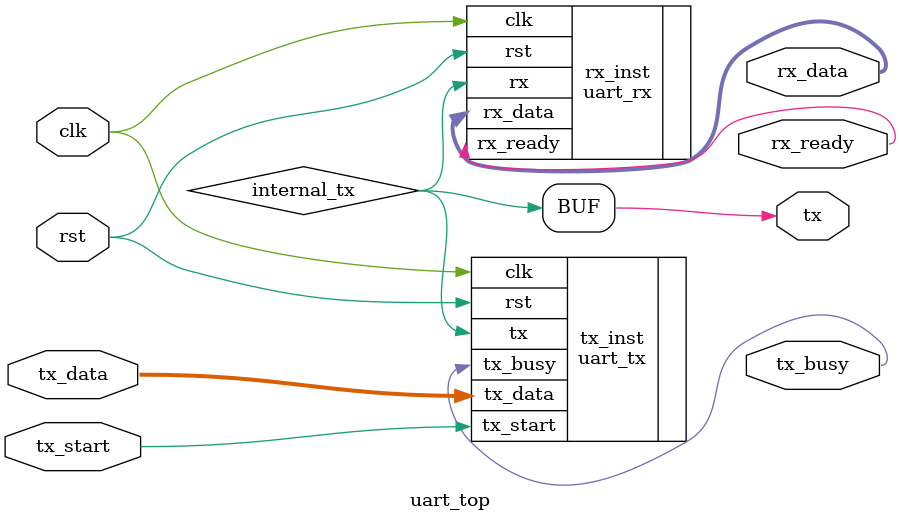
<source format=v>
`include "uart_tx.v"
`include "uart_rx.v"
module uart_top #(
  parameter CLK_FREQ = 1000000,
  parameter BAUD_RATE = 9600
)(
  input clk,
  input rst,
  input tx_start,
  input [7:0] tx_data,
  output tx,
  output tx_busy,
  output [7:0] rx_data,
  output rx_ready
);

  wire internal_tx;

  // Transmitter Instance
  uart_tx #(
    .CLK_FREQ(CLK_FREQ),
    .BAUD_RATE(BAUD_RATE)
  ) tx_inst (
    .clk(clk),
    .rst(rst),
    .tx_start(tx_start),
    .tx_data(tx_data),
    .tx(internal_tx),
    .tx_busy(tx_busy)
  );

  // Receiver Instance
  uart_rx #(
    .CLK_FREQ(CLK_FREQ),
    .BAUD_RATE(BAUD_RATE)
  ) rx_inst (
    .clk(clk),
    .rst(rst),
    .rx(internal_tx),      
    .rx_data(rx_data),
    .rx_ready(rx_ready)
  );

  // Output tx for observation
  assign tx = internal_tx;

endmodule

</source>
